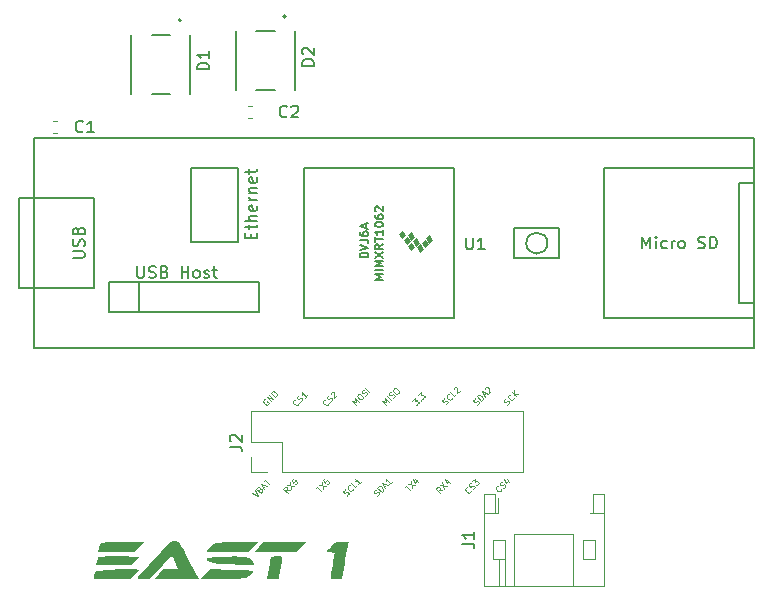
<source format=gbr>
%TF.GenerationSoftware,KiCad,Pcbnew,(6.0.7)*%
%TF.CreationDate,2023-04-01T23:24:39-04:00*%
%TF.ProjectId,board_4,626f6172-645f-4342-9e6b-696361645f70,rev?*%
%TF.SameCoordinates,Original*%
%TF.FileFunction,Legend,Top*%
%TF.FilePolarity,Positive*%
%FSLAX46Y46*%
G04 Gerber Fmt 4.6, Leading zero omitted, Abs format (unit mm)*
G04 Created by KiCad (PCBNEW (6.0.7)) date 2023-04-01 23:24:39*
%MOMM*%
%LPD*%
G01*
G04 APERTURE LIST*
%ADD10C,0.125000*%
%ADD11C,0.300000*%
%ADD12C,0.150000*%
%ADD13C,0.120000*%
%ADD14C,0.100000*%
%ADD15C,0.127000*%
%ADD16C,0.200000*%
G04 APERTURE END LIST*
D10*
X147170231Y-143996778D02*
X147237574Y-143963106D01*
X147321754Y-143878927D01*
X147338590Y-143828419D01*
X147338590Y-143794748D01*
X147321754Y-143744240D01*
X147288082Y-143710568D01*
X147237574Y-143693732D01*
X147203903Y-143693732D01*
X147153395Y-143710568D01*
X147069216Y-143761076D01*
X147018708Y-143777912D01*
X146985036Y-143777912D01*
X146934529Y-143761076D01*
X146900857Y-143727404D01*
X146884021Y-143676896D01*
X146884021Y-143643225D01*
X146900857Y-143592717D01*
X146985036Y-143508538D01*
X147052380Y-143474866D01*
X147540620Y-143660061D02*
X147187067Y-143306507D01*
X147271246Y-143222328D01*
X147338590Y-143188656D01*
X147405933Y-143188656D01*
X147456441Y-143205492D01*
X147540620Y-143255999D01*
X147591128Y-143306507D01*
X147641635Y-143390687D01*
X147658471Y-143441194D01*
X147658471Y-143508538D01*
X147624800Y-143575881D01*
X147540620Y-143660061D01*
X147776322Y-143222328D02*
X147944681Y-143053969D01*
X147843666Y-143357015D02*
X147607964Y-142885610D01*
X148079368Y-143121312D01*
X148382414Y-142818267D02*
X148180383Y-143020297D01*
X148281399Y-142919282D02*
X147927845Y-142565729D01*
X147944681Y-142649908D01*
X147944681Y-142717251D01*
X147927845Y-142767759D01*
X136588749Y-143744825D02*
X137060154Y-143980527D01*
X136824451Y-143509122D01*
X137228512Y-143441779D02*
X137295856Y-143408107D01*
X137329528Y-143408107D01*
X137380035Y-143424943D01*
X137430543Y-143475451D01*
X137447379Y-143525958D01*
X137447379Y-143559630D01*
X137430543Y-143610138D01*
X137295856Y-143744825D01*
X136942303Y-143391271D01*
X137060154Y-143273420D01*
X137110661Y-143256584D01*
X137144333Y-143256584D01*
X137194841Y-143273420D01*
X137228512Y-143307092D01*
X137245348Y-143357599D01*
X137245348Y-143391271D01*
X137228512Y-143441779D01*
X137110661Y-143559630D01*
X137531558Y-143307092D02*
X137699917Y-143138733D01*
X137598902Y-143441779D02*
X137363200Y-142970374D01*
X137834604Y-143206077D01*
X137548394Y-142785180D02*
X137750425Y-142583149D01*
X138002963Y-143037718D02*
X137649409Y-142684164D01*
X150159598Y-135965176D02*
X150378464Y-135746310D01*
X150395300Y-135998848D01*
X150445808Y-135948340D01*
X150496315Y-135931504D01*
X150529987Y-135931504D01*
X150580495Y-135948340D01*
X150664674Y-136032520D01*
X150681510Y-136083027D01*
X150681510Y-136116699D01*
X150664674Y-136167207D01*
X150563659Y-136268222D01*
X150513151Y-136285058D01*
X150479479Y-136285058D01*
X150849869Y-135914669D02*
X150883540Y-135914669D01*
X150883540Y-135948340D01*
X150849869Y-135948340D01*
X150849869Y-135914669D01*
X150883540Y-135948340D01*
X150664674Y-135460100D02*
X150883540Y-135241234D01*
X150900376Y-135493772D01*
X150950884Y-135443264D01*
X151001391Y-135426428D01*
X151035063Y-135426428D01*
X151085571Y-135443264D01*
X151169750Y-135527443D01*
X151186586Y-135577951D01*
X151186586Y-135611623D01*
X151169750Y-135662130D01*
X151068735Y-135763146D01*
X151018227Y-135779982D01*
X150984556Y-135779982D01*
X155092984Y-143558753D02*
X155092984Y-143592425D01*
X155059312Y-143659768D01*
X155025641Y-143693440D01*
X154958297Y-143727112D01*
X154890954Y-143727112D01*
X154840446Y-143710276D01*
X154756267Y-143659768D01*
X154705759Y-143609261D01*
X154655251Y-143525081D01*
X154638416Y-143474574D01*
X154638416Y-143407230D01*
X154672087Y-143339887D01*
X154705759Y-143306215D01*
X154773103Y-143272543D01*
X154806774Y-143272543D01*
X155244507Y-143440902D02*
X155311851Y-143407230D01*
X155396030Y-143323051D01*
X155412866Y-143272543D01*
X155412866Y-143238871D01*
X155396030Y-143188364D01*
X155362358Y-143154692D01*
X155311851Y-143137856D01*
X155278179Y-143137856D01*
X155227671Y-143154692D01*
X155143492Y-143205200D01*
X155092984Y-143222035D01*
X155059312Y-143222035D01*
X155008805Y-143205200D01*
X154975133Y-143171528D01*
X154958297Y-143121020D01*
X154958297Y-143087348D01*
X154975133Y-143036841D01*
X155059312Y-142952661D01*
X155126656Y-142918990D01*
X155227671Y-142784303D02*
X155446538Y-142565436D01*
X155463374Y-142817974D01*
X155513881Y-142767467D01*
X155564389Y-142750631D01*
X155598061Y-142750631D01*
X155648568Y-142767467D01*
X155732748Y-142851646D01*
X155749583Y-142902154D01*
X155749583Y-142935825D01*
X155732748Y-142986333D01*
X155631732Y-143087348D01*
X155581225Y-143104184D01*
X155547553Y-143104184D01*
X147940356Y-136300724D02*
X147586803Y-135947171D01*
X147957192Y-136081858D01*
X147822505Y-135711469D01*
X148176059Y-136065022D01*
X148344417Y-135896663D02*
X147990864Y-135543110D01*
X148479104Y-135728304D02*
X148546448Y-135694633D01*
X148630627Y-135610453D01*
X148647463Y-135559946D01*
X148647463Y-135526274D01*
X148630627Y-135475766D01*
X148596956Y-135442095D01*
X148546448Y-135425259D01*
X148512776Y-135425259D01*
X148462269Y-135442095D01*
X148378089Y-135492602D01*
X148327582Y-135509438D01*
X148293910Y-135509438D01*
X148243402Y-135492602D01*
X148209730Y-135458930D01*
X148192895Y-135408423D01*
X148192895Y-135374751D01*
X148209730Y-135324243D01*
X148293910Y-135240064D01*
X148361253Y-135206392D01*
X148563284Y-134970690D02*
X148630627Y-134903347D01*
X148681135Y-134886511D01*
X148748478Y-134886511D01*
X148832658Y-134937018D01*
X148950509Y-135054869D01*
X149001017Y-135139049D01*
X149001017Y-135206392D01*
X148984181Y-135256900D01*
X148916837Y-135324243D01*
X148866330Y-135341079D01*
X148798986Y-135341079D01*
X148714807Y-135290572D01*
X148596956Y-135172721D01*
X148546448Y-135088541D01*
X148546448Y-135021198D01*
X148563284Y-134970690D01*
X152969849Y-136266760D02*
X153037192Y-136233088D01*
X153121372Y-136148909D01*
X153138208Y-136098401D01*
X153138208Y-136064730D01*
X153121372Y-136014222D01*
X153087700Y-135980550D01*
X153037192Y-135963714D01*
X153003521Y-135963714D01*
X152953013Y-135980550D01*
X152868834Y-136031058D01*
X152818326Y-136047894D01*
X152784654Y-136047894D01*
X152734147Y-136031058D01*
X152700475Y-135997386D01*
X152683639Y-135946878D01*
X152683639Y-135913207D01*
X152700475Y-135862699D01*
X152784654Y-135778520D01*
X152851998Y-135744848D01*
X153508597Y-135694340D02*
X153508597Y-135728012D01*
X153474925Y-135795356D01*
X153441253Y-135829027D01*
X153373910Y-135862699D01*
X153306566Y-135862699D01*
X153256059Y-135845863D01*
X153171879Y-135795356D01*
X153121372Y-135744848D01*
X153070864Y-135660669D01*
X153054028Y-135610161D01*
X153054028Y-135542817D01*
X153087700Y-135475474D01*
X153121372Y-135441802D01*
X153188715Y-135408130D01*
X153222387Y-135408130D01*
X153862150Y-135408130D02*
X153693791Y-135576489D01*
X153340238Y-135222936D01*
X153643284Y-134987234D02*
X153643284Y-134953562D01*
X153660120Y-134903054D01*
X153744299Y-134818875D01*
X153794807Y-134802039D01*
X153828478Y-134802039D01*
X153878986Y-134818875D01*
X153912658Y-134852547D01*
X153946330Y-134919890D01*
X153946330Y-135323951D01*
X154165196Y-135105085D01*
X144587849Y-143988360D02*
X144655192Y-143954688D01*
X144739372Y-143870509D01*
X144756208Y-143820001D01*
X144756208Y-143786330D01*
X144739372Y-143735822D01*
X144705700Y-143702150D01*
X144655192Y-143685314D01*
X144621521Y-143685314D01*
X144571013Y-143702150D01*
X144486834Y-143752658D01*
X144436326Y-143769494D01*
X144402654Y-143769494D01*
X144352147Y-143752658D01*
X144318475Y-143718986D01*
X144301639Y-143668478D01*
X144301639Y-143634807D01*
X144318475Y-143584299D01*
X144402654Y-143500120D01*
X144469998Y-143466448D01*
X145126597Y-143415940D02*
X145126597Y-143449612D01*
X145092925Y-143516956D01*
X145059253Y-143550627D01*
X144991910Y-143584299D01*
X144924566Y-143584299D01*
X144874059Y-143567463D01*
X144789879Y-143516956D01*
X144739372Y-143466448D01*
X144688864Y-143382269D01*
X144672028Y-143331761D01*
X144672028Y-143264417D01*
X144705700Y-143197074D01*
X144739372Y-143163402D01*
X144806715Y-143129730D01*
X144840387Y-143129730D01*
X145480150Y-143129730D02*
X145311791Y-143298089D01*
X144958238Y-142944536D01*
X145783196Y-142826685D02*
X145581165Y-143028715D01*
X145682181Y-142927700D02*
X145328627Y-142574147D01*
X145345463Y-142658326D01*
X145345463Y-142725669D01*
X145328627Y-142776177D01*
X145400356Y-136300724D02*
X145046803Y-135947171D01*
X145417192Y-136081858D01*
X145282505Y-135711469D01*
X145636059Y-136065022D01*
X145518208Y-135475766D02*
X145585551Y-135408423D01*
X145636059Y-135391587D01*
X145703402Y-135391587D01*
X145787582Y-135442095D01*
X145905433Y-135559946D01*
X145955940Y-135644125D01*
X145955940Y-135711469D01*
X145939104Y-135761976D01*
X145871761Y-135829320D01*
X145821253Y-135846156D01*
X145753910Y-135846156D01*
X145669730Y-135795648D01*
X145551879Y-135677797D01*
X145501372Y-135593617D01*
X145501372Y-135526274D01*
X145518208Y-135475766D01*
X146141135Y-135526274D02*
X146208478Y-135492602D01*
X146292658Y-135408423D01*
X146309494Y-135357915D01*
X146309494Y-135324243D01*
X146292658Y-135273736D01*
X146258986Y-135240064D01*
X146208478Y-135223228D01*
X146174807Y-135223228D01*
X146124299Y-135240064D01*
X146040120Y-135290572D01*
X145989612Y-135307408D01*
X145955940Y-135307408D01*
X145905433Y-135290572D01*
X145871761Y-135256900D01*
X145854925Y-135206392D01*
X145854925Y-135172721D01*
X145871761Y-135122213D01*
X145955940Y-135038034D01*
X146023284Y-135004362D01*
X146511524Y-135189556D02*
X146157971Y-134836003D01*
X149482654Y-143296920D02*
X149684685Y-143094889D01*
X149937223Y-143549458D02*
X149583669Y-143195904D01*
X149768864Y-143010710D02*
X150358120Y-143128561D01*
X150004566Y-142775008D02*
X150122417Y-143364263D01*
X150408627Y-142606649D02*
X150644330Y-142842351D01*
X150189761Y-142556141D02*
X150358120Y-142892859D01*
X150576986Y-142673992D01*
X152688256Y-143541625D02*
X152402046Y-143491117D01*
X152486225Y-143743655D02*
X152132672Y-143390102D01*
X152267359Y-143255415D01*
X152317867Y-143238579D01*
X152351538Y-143238579D01*
X152402046Y-143255415D01*
X152452554Y-143305922D01*
X152469390Y-143356430D01*
X152469390Y-143390102D01*
X152452554Y-143440609D01*
X152317867Y-143575296D01*
X152452554Y-143070220D02*
X153041809Y-143188071D01*
X152688256Y-142834518D02*
X152806107Y-143423774D01*
X153092317Y-142666159D02*
X153328019Y-142901861D01*
X152873451Y-142615651D02*
X153041809Y-142952369D01*
X153260676Y-142733503D01*
X137679049Y-135830197D02*
X137628541Y-135847033D01*
X137578034Y-135897540D01*
X137544362Y-135964884D01*
X137544362Y-136032227D01*
X137561198Y-136082735D01*
X137611705Y-136166914D01*
X137662213Y-136217422D01*
X137746392Y-136267930D01*
X137796900Y-136284765D01*
X137864243Y-136284765D01*
X137931587Y-136251094D01*
X137965259Y-136217422D01*
X137998930Y-136150078D01*
X137998930Y-136116407D01*
X137881079Y-135998556D01*
X137813736Y-136065899D01*
X138184125Y-135998556D02*
X137830572Y-135645002D01*
X138386156Y-135796525D01*
X138032602Y-135442972D01*
X138554514Y-135628166D02*
X138200961Y-135274613D01*
X138285140Y-135190434D01*
X138352484Y-135156762D01*
X138419827Y-135156762D01*
X138470335Y-135173598D01*
X138554514Y-135224105D01*
X138605022Y-135274613D01*
X138655530Y-135358792D01*
X138672365Y-135409300D01*
X138672365Y-135476643D01*
X138638694Y-135543987D01*
X138554514Y-135628166D01*
X139785056Y-143541625D02*
X139498846Y-143491117D01*
X139583025Y-143743655D02*
X139229472Y-143390102D01*
X139364159Y-143255415D01*
X139414667Y-143238579D01*
X139448338Y-143238579D01*
X139498846Y-143255415D01*
X139549354Y-143305922D01*
X139566190Y-143356430D01*
X139566190Y-143390102D01*
X139549354Y-143440609D01*
X139414667Y-143575296D01*
X139549354Y-143070220D02*
X140138609Y-143188071D01*
X139785056Y-142834518D02*
X139902907Y-143423774D01*
X140088102Y-142531472D02*
X139919743Y-142699831D01*
X140071266Y-142885025D01*
X140071266Y-142851354D01*
X140088102Y-142800846D01*
X140172281Y-142716667D01*
X140222789Y-142699831D01*
X140256461Y-142699831D01*
X140306968Y-142716667D01*
X140391148Y-142800846D01*
X140407983Y-142851354D01*
X140407983Y-142885025D01*
X140391148Y-142935533D01*
X140306968Y-143019712D01*
X140256461Y-143036548D01*
X140222789Y-143036548D01*
X158184536Y-136284473D02*
X158251879Y-136250801D01*
X158336059Y-136166622D01*
X158352895Y-136116114D01*
X158352895Y-136082443D01*
X158336059Y-136031935D01*
X158302387Y-135998263D01*
X158251879Y-135981427D01*
X158218208Y-135981427D01*
X158167700Y-135998263D01*
X158083521Y-136048771D01*
X158033013Y-136065607D01*
X157999341Y-136065607D01*
X157948834Y-136048771D01*
X157915162Y-136015099D01*
X157898326Y-135964591D01*
X157898326Y-135930920D01*
X157915162Y-135880412D01*
X157999341Y-135796233D01*
X158066685Y-135762561D01*
X158723284Y-135712053D02*
X158723284Y-135745725D01*
X158689612Y-135813069D01*
X158655940Y-135846740D01*
X158588597Y-135880412D01*
X158521253Y-135880412D01*
X158470746Y-135863576D01*
X158386566Y-135813069D01*
X158336059Y-135762561D01*
X158285551Y-135678382D01*
X158268715Y-135627874D01*
X158268715Y-135560530D01*
X158302387Y-135493187D01*
X158336059Y-135459515D01*
X158403402Y-135425843D01*
X158437074Y-135425843D01*
X158908478Y-135594202D02*
X158554925Y-135240649D01*
X159110509Y-135392172D02*
X158756956Y-135341664D01*
X158756956Y-135038618D02*
X158756956Y-135442679D01*
X141964254Y-143347720D02*
X142166285Y-143145689D01*
X142418823Y-143600258D02*
X142065269Y-143246704D01*
X142250464Y-143061510D02*
X142839720Y-143179361D01*
X142486166Y-142825808D02*
X142604017Y-143415063D01*
X142789212Y-142522762D02*
X142620853Y-142691121D01*
X142772376Y-142876315D01*
X142772376Y-142842643D01*
X142789212Y-142792136D01*
X142873391Y-142707956D01*
X142923899Y-142691121D01*
X142957571Y-142691121D01*
X143008078Y-142707956D01*
X143092258Y-142792136D01*
X143109094Y-142842643D01*
X143109094Y-142876315D01*
X143092258Y-142926823D01*
X143008078Y-143011002D01*
X142957571Y-143027838D01*
X142923899Y-143027838D01*
X140513384Y-136141953D02*
X140513384Y-136175625D01*
X140479712Y-136242968D01*
X140446041Y-136276640D01*
X140378697Y-136310312D01*
X140311354Y-136310312D01*
X140260846Y-136293476D01*
X140176667Y-136242968D01*
X140126159Y-136192461D01*
X140075651Y-136108281D01*
X140058816Y-136057774D01*
X140058816Y-135990430D01*
X140092487Y-135923087D01*
X140126159Y-135889415D01*
X140193503Y-135855743D01*
X140227174Y-135855743D01*
X140664907Y-136024102D02*
X140732251Y-135990430D01*
X140816430Y-135906251D01*
X140833266Y-135855743D01*
X140833266Y-135822071D01*
X140816430Y-135771564D01*
X140782758Y-135737892D01*
X140732251Y-135721056D01*
X140698579Y-135721056D01*
X140648071Y-135737892D01*
X140563892Y-135788400D01*
X140513384Y-135805235D01*
X140479712Y-135805235D01*
X140429205Y-135788400D01*
X140395533Y-135754728D01*
X140378697Y-135704220D01*
X140378697Y-135670548D01*
X140395533Y-135620041D01*
X140479712Y-135535861D01*
X140547056Y-135502190D01*
X141220491Y-135502190D02*
X141018461Y-135704220D01*
X141119476Y-135603205D02*
X140765922Y-135249651D01*
X140782758Y-135333831D01*
X140782758Y-135401174D01*
X140765922Y-135451682D01*
X143053384Y-136141953D02*
X143053384Y-136175625D01*
X143019712Y-136242968D01*
X142986041Y-136276640D01*
X142918697Y-136310312D01*
X142851354Y-136310312D01*
X142800846Y-136293476D01*
X142716667Y-136242968D01*
X142666159Y-136192461D01*
X142615651Y-136108281D01*
X142598816Y-136057774D01*
X142598816Y-135990430D01*
X142632487Y-135923087D01*
X142666159Y-135889415D01*
X142733503Y-135855743D01*
X142767174Y-135855743D01*
X143204907Y-136024102D02*
X143272251Y-135990430D01*
X143356430Y-135906251D01*
X143373266Y-135855743D01*
X143373266Y-135822071D01*
X143356430Y-135771564D01*
X143322758Y-135737892D01*
X143272251Y-135721056D01*
X143238579Y-135721056D01*
X143188071Y-135737892D01*
X143103892Y-135788400D01*
X143053384Y-135805235D01*
X143019712Y-135805235D01*
X142969205Y-135788400D01*
X142935533Y-135754728D01*
X142918697Y-135704220D01*
X142918697Y-135670548D01*
X142935533Y-135620041D01*
X143019712Y-135535861D01*
X143087056Y-135502190D01*
X143238579Y-135384338D02*
X143238579Y-135350667D01*
X143255415Y-135300159D01*
X143339594Y-135215980D01*
X143390102Y-135199144D01*
X143423774Y-135199144D01*
X143474281Y-135215980D01*
X143507953Y-135249651D01*
X143541625Y-135316995D01*
X143541625Y-135721056D01*
X143760491Y-135502190D01*
X155603031Y-136275178D02*
X155670374Y-136241506D01*
X155754554Y-136157327D01*
X155771390Y-136106819D01*
X155771390Y-136073148D01*
X155754554Y-136022640D01*
X155720882Y-135988968D01*
X155670374Y-135972132D01*
X155636703Y-135972132D01*
X155586195Y-135988968D01*
X155502016Y-136039476D01*
X155451508Y-136056312D01*
X155417836Y-136056312D01*
X155367329Y-136039476D01*
X155333657Y-136005804D01*
X155316821Y-135955296D01*
X155316821Y-135921625D01*
X155333657Y-135871117D01*
X155417836Y-135786938D01*
X155485180Y-135753266D01*
X155973420Y-135938461D02*
X155619867Y-135584907D01*
X155704046Y-135500728D01*
X155771390Y-135467056D01*
X155838733Y-135467056D01*
X155889241Y-135483892D01*
X155973420Y-135534399D01*
X156023928Y-135584907D01*
X156074435Y-135669087D01*
X156091271Y-135719594D01*
X156091271Y-135786938D01*
X156057600Y-135854281D01*
X155973420Y-135938461D01*
X156209122Y-135500728D02*
X156377481Y-135332369D01*
X156276466Y-135635415D02*
X156040764Y-135164010D01*
X156512168Y-135399712D01*
X156293302Y-134978816D02*
X156293302Y-134945144D01*
X156310138Y-134894636D01*
X156394317Y-134810457D01*
X156444825Y-134793621D01*
X156478496Y-134793621D01*
X156529004Y-134810457D01*
X156562676Y-134844129D01*
X156596348Y-134911472D01*
X156596348Y-135315533D01*
X156815214Y-135096667D01*
X157683784Y-143457153D02*
X157683784Y-143490825D01*
X157650112Y-143558168D01*
X157616441Y-143591840D01*
X157549097Y-143625512D01*
X157481754Y-143625512D01*
X157431246Y-143608676D01*
X157347067Y-143558168D01*
X157296559Y-143507661D01*
X157246051Y-143423481D01*
X157229216Y-143372974D01*
X157229216Y-143305630D01*
X157262887Y-143238287D01*
X157296559Y-143204615D01*
X157363903Y-143170943D01*
X157397574Y-143170943D01*
X157835307Y-143339302D02*
X157902651Y-143305630D01*
X157986830Y-143221451D01*
X158003666Y-143170943D01*
X158003666Y-143137271D01*
X157986830Y-143086764D01*
X157953158Y-143053092D01*
X157902651Y-143036256D01*
X157868979Y-143036256D01*
X157818471Y-143053092D01*
X157734292Y-143103600D01*
X157683784Y-143120435D01*
X157650112Y-143120435D01*
X157599605Y-143103600D01*
X157565933Y-143069928D01*
X157549097Y-143019420D01*
X157549097Y-142985748D01*
X157565933Y-142935241D01*
X157650112Y-142851061D01*
X157717456Y-142817390D01*
X158121517Y-142615359D02*
X158357219Y-142851061D01*
X157902651Y-142564851D02*
X158071009Y-142901569D01*
X158289876Y-142682703D01*
D11*
%TO.C,*%
D12*
%TO.C,C2*%
X139533333Y-111863142D02*
X139485714Y-111910761D01*
X139342857Y-111958380D01*
X139247619Y-111958380D01*
X139104761Y-111910761D01*
X139009523Y-111815523D01*
X138961904Y-111720285D01*
X138914285Y-111529809D01*
X138914285Y-111386952D01*
X138961904Y-111196476D01*
X139009523Y-111101238D01*
X139104761Y-111006000D01*
X139247619Y-110958380D01*
X139342857Y-110958380D01*
X139485714Y-111006000D01*
X139533333Y-111053619D01*
X139914285Y-111053619D02*
X139961904Y-111006000D01*
X140057142Y-110958380D01*
X140295238Y-110958380D01*
X140390476Y-111006000D01*
X140438095Y-111053619D01*
X140485714Y-111148857D01*
X140485714Y-111244095D01*
X140438095Y-111386952D01*
X139866666Y-111958380D01*
X140485714Y-111958380D01*
%TO.C,U1*%
X154686095Y-122134380D02*
X154686095Y-122943904D01*
X154733714Y-123039142D01*
X154781333Y-123086761D01*
X154876571Y-123134380D01*
X155067047Y-123134380D01*
X155162285Y-123086761D01*
X155209904Y-123039142D01*
X155257523Y-122943904D01*
X155257523Y-122134380D01*
X156257523Y-123134380D02*
X155686095Y-123134380D01*
X155971809Y-123134380D02*
X155971809Y-122134380D01*
X155876571Y-122277238D01*
X155781333Y-122372476D01*
X155686095Y-122420095D01*
X146396666Y-123813333D02*
X145696666Y-123813333D01*
X145696666Y-123646666D01*
X145730000Y-123546666D01*
X145796666Y-123480000D01*
X145863333Y-123446666D01*
X145996666Y-123413333D01*
X146096666Y-123413333D01*
X146230000Y-123446666D01*
X146296666Y-123480000D01*
X146363333Y-123546666D01*
X146396666Y-123646666D01*
X146396666Y-123813333D01*
X145696666Y-123213333D02*
X146396666Y-122980000D01*
X145696666Y-122746666D01*
X145696666Y-122313333D02*
X146196666Y-122313333D01*
X146296666Y-122346666D01*
X146363333Y-122413333D01*
X146396666Y-122513333D01*
X146396666Y-122580000D01*
X145696666Y-121680000D02*
X145696666Y-121813333D01*
X145730000Y-121880000D01*
X145763333Y-121913333D01*
X145863333Y-121980000D01*
X145996666Y-122013333D01*
X146263333Y-122013333D01*
X146330000Y-121980000D01*
X146363333Y-121946666D01*
X146396666Y-121880000D01*
X146396666Y-121746666D01*
X146363333Y-121680000D01*
X146330000Y-121646666D01*
X146263333Y-121613333D01*
X146096666Y-121613333D01*
X146030000Y-121646666D01*
X145996666Y-121680000D01*
X145963333Y-121746666D01*
X145963333Y-121880000D01*
X145996666Y-121946666D01*
X146030000Y-121980000D01*
X146096666Y-122013333D01*
X146196666Y-121346666D02*
X146196666Y-121013333D01*
X146396666Y-121413333D02*
X145696666Y-121180000D01*
X146396666Y-120946666D01*
X147666666Y-125693333D02*
X146966666Y-125693333D01*
X147466666Y-125460000D01*
X146966666Y-125226666D01*
X147666666Y-125226666D01*
X147666666Y-124893333D02*
X146966666Y-124893333D01*
X147666666Y-124560000D02*
X146966666Y-124560000D01*
X147466666Y-124326666D01*
X146966666Y-124093333D01*
X147666666Y-124093333D01*
X146966666Y-123826666D02*
X147666666Y-123360000D01*
X146966666Y-123360000D02*
X147666666Y-123826666D01*
X147666666Y-122693333D02*
X147333333Y-122926666D01*
X147666666Y-123093333D02*
X146966666Y-123093333D01*
X146966666Y-122826666D01*
X147000000Y-122760000D01*
X147033333Y-122726666D01*
X147100000Y-122693333D01*
X147200000Y-122693333D01*
X147266666Y-122726666D01*
X147300000Y-122760000D01*
X147333333Y-122826666D01*
X147333333Y-123093333D01*
X146966666Y-122493333D02*
X146966666Y-122093333D01*
X147666666Y-122293333D02*
X146966666Y-122293333D01*
X147666666Y-121493333D02*
X147666666Y-121893333D01*
X147666666Y-121693333D02*
X146966666Y-121693333D01*
X147066666Y-121760000D01*
X147133333Y-121826666D01*
X147166666Y-121893333D01*
X146966666Y-121060000D02*
X146966666Y-120993333D01*
X147000000Y-120926666D01*
X147033333Y-120893333D01*
X147100000Y-120860000D01*
X147233333Y-120826666D01*
X147400000Y-120826666D01*
X147533333Y-120860000D01*
X147600000Y-120893333D01*
X147633333Y-120926666D01*
X147666666Y-120993333D01*
X147666666Y-121060000D01*
X147633333Y-121126666D01*
X147600000Y-121160000D01*
X147533333Y-121193333D01*
X147400000Y-121226666D01*
X147233333Y-121226666D01*
X147100000Y-121193333D01*
X147033333Y-121160000D01*
X147000000Y-121126666D01*
X146966666Y-121060000D01*
X146966666Y-120226666D02*
X146966666Y-120360000D01*
X147000000Y-120426666D01*
X147033333Y-120460000D01*
X147133333Y-120526666D01*
X147266666Y-120560000D01*
X147533333Y-120560000D01*
X147600000Y-120526666D01*
X147633333Y-120493333D01*
X147666666Y-120426666D01*
X147666666Y-120293333D01*
X147633333Y-120226666D01*
X147600000Y-120193333D01*
X147533333Y-120160000D01*
X147366666Y-120160000D01*
X147300000Y-120193333D01*
X147266666Y-120226666D01*
X147233333Y-120293333D01*
X147233333Y-120426666D01*
X147266666Y-120493333D01*
X147300000Y-120526666D01*
X147366666Y-120560000D01*
X147033333Y-119893333D02*
X147000000Y-119860000D01*
X146966666Y-119793333D01*
X146966666Y-119626666D01*
X147000000Y-119560000D01*
X147033333Y-119526666D01*
X147100000Y-119493333D01*
X147166666Y-119493333D01*
X147266666Y-119526666D01*
X147666666Y-119926666D01*
X147666666Y-119493333D01*
X169630952Y-123062380D02*
X169630952Y-122062380D01*
X169964285Y-122776666D01*
X170297619Y-122062380D01*
X170297619Y-123062380D01*
X170773809Y-123062380D02*
X170773809Y-122395714D01*
X170773809Y-122062380D02*
X170726190Y-122110000D01*
X170773809Y-122157619D01*
X170821428Y-122110000D01*
X170773809Y-122062380D01*
X170773809Y-122157619D01*
X171678571Y-123014761D02*
X171583333Y-123062380D01*
X171392857Y-123062380D01*
X171297619Y-123014761D01*
X171250000Y-122967142D01*
X171202380Y-122871904D01*
X171202380Y-122586190D01*
X171250000Y-122490952D01*
X171297619Y-122443333D01*
X171392857Y-122395714D01*
X171583333Y-122395714D01*
X171678571Y-122443333D01*
X172107142Y-123062380D02*
X172107142Y-122395714D01*
X172107142Y-122586190D02*
X172154761Y-122490952D01*
X172202380Y-122443333D01*
X172297619Y-122395714D01*
X172392857Y-122395714D01*
X172869047Y-123062380D02*
X172773809Y-123014761D01*
X172726190Y-122967142D01*
X172678571Y-122871904D01*
X172678571Y-122586190D01*
X172726190Y-122490952D01*
X172773809Y-122443333D01*
X172869047Y-122395714D01*
X173011904Y-122395714D01*
X173107142Y-122443333D01*
X173154761Y-122490952D01*
X173202380Y-122586190D01*
X173202380Y-122871904D01*
X173154761Y-122967142D01*
X173107142Y-123014761D01*
X173011904Y-123062380D01*
X172869047Y-123062380D01*
X174345238Y-123014761D02*
X174488095Y-123062380D01*
X174726190Y-123062380D01*
X174821428Y-123014761D01*
X174869047Y-122967142D01*
X174916666Y-122871904D01*
X174916666Y-122776666D01*
X174869047Y-122681428D01*
X174821428Y-122633809D01*
X174726190Y-122586190D01*
X174535714Y-122538571D01*
X174440476Y-122490952D01*
X174392857Y-122443333D01*
X174345238Y-122348095D01*
X174345238Y-122252857D01*
X174392857Y-122157619D01*
X174440476Y-122110000D01*
X174535714Y-122062380D01*
X174773809Y-122062380D01*
X174916666Y-122110000D01*
X175345238Y-123062380D02*
X175345238Y-122062380D01*
X175583333Y-122062380D01*
X175726190Y-122110000D01*
X175821428Y-122205238D01*
X175869047Y-122300476D01*
X175916666Y-122490952D01*
X175916666Y-122633809D01*
X175869047Y-122824285D01*
X175821428Y-122919523D01*
X175726190Y-123014761D01*
X175583333Y-123062380D01*
X175345238Y-123062380D01*
X121402380Y-123871904D02*
X122211904Y-123871904D01*
X122307142Y-123824285D01*
X122354761Y-123776666D01*
X122402380Y-123681428D01*
X122402380Y-123490952D01*
X122354761Y-123395714D01*
X122307142Y-123348095D01*
X122211904Y-123300476D01*
X121402380Y-123300476D01*
X122354761Y-122871904D02*
X122402380Y-122729047D01*
X122402380Y-122490952D01*
X122354761Y-122395714D01*
X122307142Y-122348095D01*
X122211904Y-122300476D01*
X122116666Y-122300476D01*
X122021428Y-122348095D01*
X121973809Y-122395714D01*
X121926190Y-122490952D01*
X121878571Y-122681428D01*
X121830952Y-122776666D01*
X121783333Y-122824285D01*
X121688095Y-122871904D01*
X121592857Y-122871904D01*
X121497619Y-122824285D01*
X121450000Y-122776666D01*
X121402380Y-122681428D01*
X121402380Y-122443333D01*
X121450000Y-122300476D01*
X121878571Y-121538571D02*
X121926190Y-121395714D01*
X121973809Y-121348095D01*
X122069047Y-121300476D01*
X122211904Y-121300476D01*
X122307142Y-121348095D01*
X122354761Y-121395714D01*
X122402380Y-121490952D01*
X122402380Y-121871904D01*
X121402380Y-121871904D01*
X121402380Y-121538571D01*
X121450000Y-121443333D01*
X121497619Y-121395714D01*
X121592857Y-121348095D01*
X121688095Y-121348095D01*
X121783333Y-121395714D01*
X121830952Y-121443333D01*
X121878571Y-121538571D01*
X121878571Y-121871904D01*
X126844676Y-124551580D02*
X126844676Y-125361104D01*
X126892295Y-125456342D01*
X126939914Y-125503961D01*
X127035152Y-125551580D01*
X127225628Y-125551580D01*
X127320866Y-125503961D01*
X127368485Y-125456342D01*
X127416104Y-125361104D01*
X127416104Y-124551580D01*
X127844676Y-125503961D02*
X127987533Y-125551580D01*
X128225628Y-125551580D01*
X128320866Y-125503961D01*
X128368485Y-125456342D01*
X128416104Y-125361104D01*
X128416104Y-125265866D01*
X128368485Y-125170628D01*
X128320866Y-125123009D01*
X128225628Y-125075390D01*
X128035152Y-125027771D01*
X127939914Y-124980152D01*
X127892295Y-124932533D01*
X127844676Y-124837295D01*
X127844676Y-124742057D01*
X127892295Y-124646819D01*
X127939914Y-124599200D01*
X128035152Y-124551580D01*
X128273247Y-124551580D01*
X128416104Y-124599200D01*
X129178009Y-125027771D02*
X129320866Y-125075390D01*
X129368485Y-125123009D01*
X129416104Y-125218247D01*
X129416104Y-125361104D01*
X129368485Y-125456342D01*
X129320866Y-125503961D01*
X129225628Y-125551580D01*
X128844676Y-125551580D01*
X128844676Y-124551580D01*
X129178009Y-124551580D01*
X129273247Y-124599200D01*
X129320866Y-124646819D01*
X129368485Y-124742057D01*
X129368485Y-124837295D01*
X129320866Y-124932533D01*
X129273247Y-124980152D01*
X129178009Y-125027771D01*
X128844676Y-125027771D01*
X130606580Y-125551580D02*
X130606580Y-124551580D01*
X130606580Y-125027771D02*
X131178009Y-125027771D01*
X131178009Y-125551580D02*
X131178009Y-124551580D01*
X131797057Y-125551580D02*
X131701819Y-125503961D01*
X131654200Y-125456342D01*
X131606580Y-125361104D01*
X131606580Y-125075390D01*
X131654200Y-124980152D01*
X131701819Y-124932533D01*
X131797057Y-124884914D01*
X131939914Y-124884914D01*
X132035152Y-124932533D01*
X132082771Y-124980152D01*
X132130390Y-125075390D01*
X132130390Y-125361104D01*
X132082771Y-125456342D01*
X132035152Y-125503961D01*
X131939914Y-125551580D01*
X131797057Y-125551580D01*
X132511342Y-125503961D02*
X132606580Y-125551580D01*
X132797057Y-125551580D01*
X132892295Y-125503961D01*
X132939914Y-125408723D01*
X132939914Y-125361104D01*
X132892295Y-125265866D01*
X132797057Y-125218247D01*
X132654200Y-125218247D01*
X132558961Y-125170628D01*
X132511342Y-125075390D01*
X132511342Y-125027771D01*
X132558961Y-124932533D01*
X132654200Y-124884914D01*
X132797057Y-124884914D01*
X132892295Y-124932533D01*
X133225628Y-124884914D02*
X133606580Y-124884914D01*
X133368485Y-124551580D02*
X133368485Y-125408723D01*
X133416104Y-125503961D01*
X133511342Y-125551580D01*
X133606580Y-125551580D01*
X136483571Y-122190542D02*
X136483571Y-121857209D01*
X137007380Y-121714352D02*
X137007380Y-122190542D01*
X136007380Y-122190542D01*
X136007380Y-121714352D01*
X136340714Y-121428638D02*
X136340714Y-121047685D01*
X136007380Y-121285780D02*
X136864523Y-121285780D01*
X136959761Y-121238161D01*
X137007380Y-121142923D01*
X137007380Y-121047685D01*
X137007380Y-120714352D02*
X136007380Y-120714352D01*
X137007380Y-120285780D02*
X136483571Y-120285780D01*
X136388333Y-120333400D01*
X136340714Y-120428638D01*
X136340714Y-120571495D01*
X136388333Y-120666733D01*
X136435952Y-120714352D01*
X136959761Y-119428638D02*
X137007380Y-119523876D01*
X137007380Y-119714352D01*
X136959761Y-119809590D01*
X136864523Y-119857209D01*
X136483571Y-119857209D01*
X136388333Y-119809590D01*
X136340714Y-119714352D01*
X136340714Y-119523876D01*
X136388333Y-119428638D01*
X136483571Y-119381019D01*
X136578809Y-119381019D01*
X136674047Y-119857209D01*
X137007380Y-118952447D02*
X136340714Y-118952447D01*
X136531190Y-118952447D02*
X136435952Y-118904828D01*
X136388333Y-118857209D01*
X136340714Y-118761971D01*
X136340714Y-118666733D01*
X136340714Y-118333400D02*
X137007380Y-118333400D01*
X136435952Y-118333400D02*
X136388333Y-118285780D01*
X136340714Y-118190542D01*
X136340714Y-118047685D01*
X136388333Y-117952447D01*
X136483571Y-117904828D01*
X137007380Y-117904828D01*
X136959761Y-117047685D02*
X137007380Y-117142923D01*
X137007380Y-117333400D01*
X136959761Y-117428638D01*
X136864523Y-117476257D01*
X136483571Y-117476257D01*
X136388333Y-117428638D01*
X136340714Y-117333400D01*
X136340714Y-117142923D01*
X136388333Y-117047685D01*
X136483571Y-117000066D01*
X136578809Y-117000066D01*
X136674047Y-117476257D01*
X136340714Y-116714352D02*
X136340714Y-116333400D01*
X136007380Y-116571495D02*
X136864523Y-116571495D01*
X136959761Y-116523876D01*
X137007380Y-116428638D01*
X137007380Y-116333400D01*
%TO.C,D2*%
X141807380Y-107575645D02*
X140807380Y-107575645D01*
X140807380Y-107337550D01*
X140855000Y-107194692D01*
X140950238Y-107099454D01*
X141045476Y-107051835D01*
X141235952Y-107004216D01*
X141378809Y-107004216D01*
X141569285Y-107051835D01*
X141664523Y-107099454D01*
X141759761Y-107194692D01*
X141807380Y-107337550D01*
X141807380Y-107575645D01*
X140902619Y-106623264D02*
X140855000Y-106575645D01*
X140807380Y-106480407D01*
X140807380Y-106242311D01*
X140855000Y-106147073D01*
X140902619Y-106099454D01*
X140997857Y-106051835D01*
X141093095Y-106051835D01*
X141235952Y-106099454D01*
X141807380Y-106670883D01*
X141807380Y-106051835D01*
%TO.C,C1*%
X122261333Y-113133142D02*
X122213714Y-113180761D01*
X122070857Y-113228380D01*
X121975619Y-113228380D01*
X121832761Y-113180761D01*
X121737523Y-113085523D01*
X121689904Y-112990285D01*
X121642285Y-112799809D01*
X121642285Y-112656952D01*
X121689904Y-112466476D01*
X121737523Y-112371238D01*
X121832761Y-112276000D01*
X121975619Y-112228380D01*
X122070857Y-112228380D01*
X122213714Y-112276000D01*
X122261333Y-112323619D01*
X123213714Y-113228380D02*
X122642285Y-113228380D01*
X122928000Y-113228380D02*
X122928000Y-112228380D01*
X122832761Y-112371238D01*
X122737523Y-112466476D01*
X122642285Y-112514095D01*
%TO.C,J2*%
X134681980Y-139830133D02*
X135396266Y-139830133D01*
X135539123Y-139877752D01*
X135634361Y-139972990D01*
X135681980Y-140115847D01*
X135681980Y-140211085D01*
X134777219Y-139401561D02*
X134729600Y-139353942D01*
X134681980Y-139258704D01*
X134681980Y-139020609D01*
X134729600Y-138925371D01*
X134777219Y-138877752D01*
X134872457Y-138830133D01*
X134967695Y-138830133D01*
X135110552Y-138877752D01*
X135681980Y-139449180D01*
X135681980Y-138830133D01*
%TO.C,D1*%
X132937380Y-107893095D02*
X131937380Y-107893095D01*
X131937380Y-107655000D01*
X131985000Y-107512142D01*
X132080238Y-107416904D01*
X132175476Y-107369285D01*
X132365952Y-107321666D01*
X132508809Y-107321666D01*
X132699285Y-107369285D01*
X132794523Y-107416904D01*
X132889761Y-107512142D01*
X132937380Y-107655000D01*
X132937380Y-107893095D01*
X132937380Y-106369285D02*
X132937380Y-106940714D01*
X132937380Y-106655000D02*
X131937380Y-106655000D01*
X132080238Y-106750238D01*
X132175476Y-106845476D01*
X132223095Y-106940714D01*
%TO.C,J1*%
X154392380Y-148059733D02*
X155106666Y-148059733D01*
X155249523Y-148107352D01*
X155344761Y-148202590D01*
X155392380Y-148345447D01*
X155392380Y-148440685D01*
X155392380Y-147059733D02*
X155392380Y-147631161D01*
X155392380Y-147345447D02*
X154392380Y-147345447D01*
X154535238Y-147440685D01*
X154630476Y-147535923D01*
X154678095Y-147631161D01*
%TO.C,*%
G36*
X134871219Y-150259889D02*
G01*
X135471283Y-150281069D01*
X135921983Y-150299799D01*
X136243220Y-150318548D01*
X136454893Y-150339784D01*
X136576900Y-150365975D01*
X136629140Y-150399587D01*
X136631514Y-150443090D01*
X136616548Y-150476336D01*
X136494846Y-150625551D01*
X136300385Y-150796095D01*
X136258715Y-150826866D01*
X136162867Y-150890497D01*
X136061282Y-150939078D01*
X135930225Y-150975025D01*
X135745959Y-151000753D01*
X135484749Y-151018678D01*
X135122861Y-151031215D01*
X134636557Y-151040781D01*
X134078377Y-151048773D01*
X132173377Y-151074293D01*
X132608386Y-150635938D01*
X133043396Y-150197584D01*
X134871219Y-150259889D01*
G37*
G36*
X144722998Y-148165754D02*
G01*
X144692889Y-148327585D01*
X144639049Y-148621301D01*
X144567817Y-149012146D01*
X144485534Y-149465365D01*
X144437248Y-149732047D01*
X144196043Y-151065508D01*
X143709210Y-151065547D01*
X143429364Y-151057439D01*
X143280898Y-151025441D01*
X143226321Y-150958133D01*
X143222377Y-150917253D01*
X143237670Y-150775567D01*
X143278979Y-150509751D01*
X143339449Y-150161789D01*
X143391710Y-149880254D01*
X143461495Y-149504541D01*
X143517305Y-149186039D01*
X143552389Y-148964385D01*
X143561043Y-148885588D01*
X143481977Y-148810591D01*
X143258591Y-148779971D01*
X143222377Y-148779587D01*
X143010236Y-148766205D01*
X142892306Y-148732777D01*
X142883710Y-148719292D01*
X142938587Y-148631325D01*
X143081005Y-148464345D01*
X143240005Y-148295959D01*
X143434938Y-148104897D01*
X143588814Y-147996350D01*
X143762145Y-147946993D01*
X144015443Y-147933504D01*
X144181921Y-147932921D01*
X144767543Y-147932921D01*
X144722998Y-148165754D01*
G37*
G36*
X136243742Y-148779587D02*
G01*
X134486383Y-148779587D01*
X133898514Y-148778726D01*
X133459421Y-148774952D01*
X133148548Y-148766478D01*
X132945343Y-148751518D01*
X132829252Y-148728284D01*
X132779719Y-148694991D01*
X132776191Y-148649852D01*
X132781844Y-148631421D01*
X132905428Y-148398614D01*
X133112045Y-148219941D01*
X133358710Y-148090695D01*
X133498643Y-148036594D01*
X133664461Y-147996489D01*
X133882609Y-147968349D01*
X134179534Y-147950140D01*
X134581680Y-147939830D01*
X135115495Y-147935388D01*
X135387527Y-147934780D01*
X137077678Y-147932921D01*
X136243742Y-148779587D01*
G37*
G36*
X125582025Y-147932921D02*
G01*
X127403595Y-147932921D01*
X126670043Y-148771963D01*
X123566255Y-148779587D01*
X123621637Y-148504421D01*
X123656231Y-148317210D01*
X123689160Y-148175801D01*
X123742293Y-148073816D01*
X123837496Y-148004882D01*
X123996637Y-147962624D01*
X124241584Y-147940666D01*
X124594205Y-147932634D01*
X125076366Y-147932152D01*
X125582025Y-147932921D01*
G37*
G36*
X126800712Y-150238304D02*
G01*
X126952642Y-150269034D01*
X126966377Y-150285959D01*
X126910371Y-150376586D01*
X126765044Y-150543528D01*
X126603338Y-150709292D01*
X126240300Y-151065587D01*
X124692633Y-151065587D01*
X124145352Y-151064523D01*
X123745441Y-151059891D01*
X123470943Y-151049534D01*
X123299901Y-151031293D01*
X123210359Y-151003011D01*
X123180359Y-150962529D01*
X123185135Y-150917421D01*
X123234842Y-150718688D01*
X123273795Y-150549668D01*
X123322286Y-150330083D01*
X124530498Y-150274812D01*
X125345484Y-150241762D01*
X125996162Y-150224664D01*
X126481562Y-150223513D01*
X126800712Y-150238304D01*
G37*
G36*
X138915869Y-149118874D02*
G01*
X139056155Y-149139826D01*
X139128567Y-149209750D01*
X139143110Y-149357285D01*
X139109786Y-149611072D01*
X139038599Y-149999749D01*
X139027137Y-150061401D01*
X138949132Y-150483519D01*
X138887833Y-150767421D01*
X138824032Y-150940372D01*
X138738518Y-151029638D01*
X138612084Y-151062484D01*
X138425519Y-151066175D01*
X138319657Y-151065587D01*
X137831015Y-151065587D01*
X137985584Y-150170300D01*
X138053314Y-149795921D01*
X138115746Y-149482770D01*
X138164899Y-149269122D01*
X138188595Y-149196633D01*
X138293766Y-149153068D01*
X138512562Y-149124609D01*
X138697707Y-149118254D01*
X138915869Y-149118874D01*
G37*
G36*
X125232164Y-149136479D02*
G01*
X125319291Y-149137580D01*
X127004392Y-149160587D01*
X126679199Y-149520421D01*
X126354006Y-149880254D01*
X123391531Y-149880254D01*
X123449876Y-149562754D01*
X123503337Y-149339529D01*
X123560843Y-149193709D01*
X123571205Y-149179914D01*
X123671534Y-149161039D01*
X123914475Y-149146612D01*
X124273346Y-149137279D01*
X124721469Y-149133686D01*
X125232164Y-149136479D01*
G37*
G36*
X140386043Y-148771963D02*
G01*
X138586877Y-148775775D01*
X138055542Y-148775072D01*
X137586425Y-148770950D01*
X137204113Y-148763918D01*
X136933197Y-148754479D01*
X136798263Y-148743141D01*
X136787710Y-148738741D01*
X136841692Y-148661129D01*
X136982346Y-148499561D01*
X137154197Y-148315407D01*
X137520683Y-147932921D01*
X141119595Y-147932921D01*
X140386043Y-148771963D01*
G37*
G36*
X130130159Y-147863896D02*
G01*
X130353516Y-147943397D01*
X130367801Y-147954087D01*
X130445798Y-148059581D01*
X130585805Y-148291480D01*
X130773820Y-148624874D01*
X130995844Y-149034853D01*
X131237874Y-149496507D01*
X131271998Y-149562754D01*
X132044405Y-151065587D01*
X128297111Y-151065587D01*
X128668910Y-150652969D01*
X129040710Y-150240351D01*
X130344938Y-150176587D01*
X130073824Y-149607823D01*
X129938106Y-149333910D01*
X129828123Y-149131734D01*
X129764762Y-149039317D01*
X129760377Y-149037257D01*
X129693275Y-149097158D01*
X129535318Y-149263792D01*
X129306203Y-149515630D01*
X129025627Y-149831141D01*
X128833393Y-150050521D01*
X127948742Y-151065587D01*
X127368092Y-151065587D01*
X127065085Y-151062860D01*
X126901933Y-151047719D01*
X126849169Y-151009723D01*
X126877327Y-150938432D01*
X126902887Y-150900765D01*
X127021451Y-150749754D01*
X127226055Y-150508046D01*
X127496490Y-150197919D01*
X127812548Y-149841650D01*
X128154019Y-149461518D01*
X128500696Y-149079798D01*
X128832368Y-148718771D01*
X129128828Y-148400711D01*
X129369866Y-148147899D01*
X129535275Y-147982610D01*
X129598965Y-147928681D01*
X129849178Y-147858017D01*
X130130159Y-147863896D01*
G37*
G36*
X135544444Y-149141572D02*
G01*
X135847282Y-149151499D01*
X135968095Y-149162721D01*
X136314686Y-149262175D01*
X136567576Y-149429572D01*
X136694382Y-149640615D01*
X136703043Y-149714219D01*
X136706084Y-149765703D01*
X136702660Y-149805506D01*
X136673956Y-149834356D01*
X136601153Y-149852977D01*
X136465434Y-149862096D01*
X136247982Y-149862440D01*
X135929979Y-149854735D01*
X135492609Y-149839706D01*
X134917054Y-149818080D01*
X134459377Y-149800809D01*
X133805385Y-149765018D01*
X133317501Y-149712608D01*
X132993275Y-149643138D01*
X132830255Y-149556165D01*
X132808377Y-149503200D01*
X132782300Y-149406191D01*
X132761561Y-149348770D01*
X132768462Y-149302433D01*
X132843108Y-149265872D01*
X133006392Y-149236337D01*
X133279203Y-149211079D01*
X133682433Y-149187348D01*
X134150008Y-149166041D01*
X134657670Y-149148913D01*
X135135194Y-149140733D01*
X135544444Y-149141572D01*
G37*
D13*
%TO.C,C2*%
X136530580Y-111990000D02*
X136249420Y-111990000D01*
X136530580Y-110970000D02*
X136249420Y-110970000D01*
D12*
%TO.C,U1*%
X153700000Y-116260000D02*
X141000000Y-116260000D01*
X118140000Y-131500000D02*
X118140000Y-113720000D01*
X124439200Y-125909200D02*
X126979200Y-125909200D01*
X158780000Y-123880000D02*
X158780000Y-121340000D01*
X141000000Y-116260000D02*
X141000000Y-128960000D01*
X141000000Y-128960000D02*
X153700000Y-128960000D01*
X177830000Y-127690000D02*
X179100000Y-127690000D01*
X116870000Y-126420000D02*
X116870000Y-118800000D01*
X135370000Y-116258400D02*
X131370000Y-116258400D01*
X123220000Y-126420000D02*
X123220000Y-118800000D01*
X124439200Y-128449200D02*
X124439200Y-125909200D01*
X135370000Y-122508400D02*
X135370000Y-116258400D01*
X126979200Y-125909200D02*
X126979200Y-128449200D01*
X137139200Y-125909200D02*
X137139200Y-128449200D01*
X116870000Y-118800000D02*
X118140000Y-118800000D01*
X166400000Y-128960000D02*
X179100000Y-128960000D01*
X124439200Y-125909200D02*
X137139200Y-125909200D01*
X118140000Y-113720000D02*
X179100000Y-113720000D01*
X123220000Y-118800000D02*
X118140000Y-118800000D01*
X179100000Y-131500000D02*
X118140000Y-131500000D01*
X177830000Y-117530000D02*
X177830000Y-127690000D01*
X179100000Y-117530000D02*
X177830000Y-117530000D01*
X153700000Y-128960000D02*
X153700000Y-116260000D01*
X131370000Y-116258400D02*
X131370000Y-116508400D01*
X158780000Y-121340000D02*
X162590000Y-121340000D01*
X131370000Y-116508400D02*
X131370000Y-122508400D01*
X162590000Y-123880000D02*
X158780000Y-123880000D01*
X123220000Y-126420000D02*
X118140000Y-126420000D01*
X179100000Y-116260000D02*
X166400000Y-116260000D01*
X179100000Y-113720000D02*
X179100000Y-131500000D01*
X166400000Y-116260000D02*
X166400000Y-128960000D01*
X131370000Y-122508400D02*
X135370000Y-122508400D01*
X137139200Y-128449200D02*
X124439200Y-128449200D01*
X118140000Y-126420000D02*
X116870000Y-126420000D01*
X162590000Y-121340000D02*
X162590000Y-123880000D01*
X161583026Y-122610000D02*
G75*
G03*
X161583026Y-122610000I-898026J0D01*
G01*
G36*
X151055000Y-123065000D02*
G01*
X150801000Y-123319000D01*
X150547000Y-122938000D01*
X150801000Y-122684000D01*
X151055000Y-123065000D01*
G37*
D14*
X151055000Y-123065000D02*
X150801000Y-123319000D01*
X150547000Y-122938000D01*
X150801000Y-122684000D01*
X151055000Y-123065000D01*
G36*
X151817000Y-122303000D02*
G01*
X151563000Y-122557000D01*
X151309000Y-122176000D01*
X151563000Y-121922000D01*
X151817000Y-122303000D01*
G37*
X151817000Y-122303000D02*
X151563000Y-122557000D01*
X151309000Y-122176000D01*
X151563000Y-121922000D01*
X151817000Y-122303000D01*
G36*
X149912000Y-122430000D02*
G01*
X149658000Y-122684000D01*
X149404000Y-122303000D01*
X149658000Y-122049000D01*
X149912000Y-122430000D01*
G37*
X149912000Y-122430000D02*
X149658000Y-122684000D01*
X149404000Y-122303000D01*
X149658000Y-122049000D01*
X149912000Y-122430000D01*
G36*
X150674000Y-122557000D02*
G01*
X150420000Y-122811000D01*
X150166000Y-122430000D01*
X150420000Y-122176000D01*
X150674000Y-122557000D01*
G37*
X150674000Y-122557000D02*
X150420000Y-122811000D01*
X150166000Y-122430000D01*
X150420000Y-122176000D01*
X150674000Y-122557000D01*
G36*
X150293000Y-122938000D02*
G01*
X150039000Y-123192000D01*
X149785000Y-122811000D01*
X150039000Y-122557000D01*
X150293000Y-122938000D01*
G37*
X150293000Y-122938000D02*
X150039000Y-123192000D01*
X149785000Y-122811000D01*
X150039000Y-122557000D01*
X150293000Y-122938000D01*
G36*
X150293000Y-122049000D02*
G01*
X150039000Y-122303000D01*
X149785000Y-121922000D01*
X150039000Y-121668000D01*
X150293000Y-122049000D01*
G37*
X150293000Y-122049000D02*
X150039000Y-122303000D01*
X149785000Y-121922000D01*
X150039000Y-121668000D01*
X150293000Y-122049000D01*
G36*
X151436000Y-122684000D02*
G01*
X151182000Y-122938000D01*
X150928000Y-122557000D01*
X151182000Y-122303000D01*
X151436000Y-122684000D01*
G37*
X151436000Y-122684000D02*
X151182000Y-122938000D01*
X150928000Y-122557000D01*
X151182000Y-122303000D01*
X151436000Y-122684000D01*
G36*
X149531000Y-121922000D02*
G01*
X149277000Y-122176000D01*
X149023000Y-121795000D01*
X149277000Y-121541000D01*
X149531000Y-121922000D01*
G37*
X149531000Y-121922000D02*
X149277000Y-122176000D01*
X149023000Y-121795000D01*
X149277000Y-121541000D01*
X149531000Y-121922000D01*
D15*
%TO.C,D2*%
X135220000Y-104662550D02*
X135220000Y-109662550D01*
X136933500Y-104662550D02*
X138506500Y-104662550D01*
X136933500Y-109662550D02*
X138506500Y-109662550D01*
X140220000Y-109662550D02*
X140220000Y-104662550D01*
D16*
X139420000Y-103412550D02*
G75*
G03*
X139420000Y-103412550I-100000J0D01*
G01*
D13*
%TO.C,C1*%
X119747420Y-112266000D02*
X120028580Y-112266000D01*
X119747420Y-113286000D02*
X120028580Y-113286000D01*
%TO.C,J2*%
X136510000Y-136810000D02*
X159490000Y-136810000D01*
X159490000Y-142010000D02*
X159490000Y-136810000D01*
X139110000Y-142010000D02*
X159490000Y-142010000D01*
X136510000Y-142010000D02*
X136510000Y-140680000D01*
X139110000Y-142010000D02*
X139110000Y-139410000D01*
X139110000Y-139410000D02*
X136510000Y-139410000D01*
X136510000Y-139410000D02*
X136510000Y-136810000D01*
X137840000Y-142010000D02*
X136510000Y-142010000D01*
D15*
%TO.C,D1*%
X128063500Y-104980000D02*
X129636500Y-104980000D01*
X131350000Y-109980000D02*
X131350000Y-104980000D01*
X126350000Y-104980000D02*
X126350000Y-109980000D01*
X128063500Y-109980000D02*
X129636500Y-109980000D01*
D16*
X130550000Y-103730000D02*
G75*
G03*
X130550000Y-103730000I-100000J0D01*
G01*
D13*
%TO.C,J1*%
X165590000Y-149376400D02*
X164590000Y-149376400D01*
X158790000Y-147276400D02*
X163790000Y-147276400D01*
X163790000Y-147276400D02*
X163790000Y-151636400D01*
X156230000Y-143816400D02*
X156230000Y-151636400D01*
X157990000Y-147776400D02*
X156990000Y-147776400D01*
X157990000Y-149376400D02*
X157990000Y-151636400D01*
X166350000Y-151636400D02*
X166350000Y-143816400D01*
X157150000Y-143816400D02*
X156230000Y-143816400D01*
X165430000Y-145416400D02*
X165150000Y-145416400D01*
X166350000Y-143816400D02*
X165430000Y-143816400D01*
X166350000Y-145416400D02*
X165430000Y-145416400D01*
X157430000Y-145416400D02*
X157150000Y-145416400D01*
X164590000Y-147776400D02*
X165590000Y-147776400D01*
X156230000Y-145416400D02*
X157150000Y-145416400D01*
X157430000Y-145416400D02*
X157430000Y-144201400D01*
X165430000Y-143816400D02*
X165430000Y-145416400D01*
X156230000Y-151636400D02*
X166350000Y-151636400D01*
X157150000Y-145416400D02*
X157150000Y-143816400D01*
X157490000Y-149376400D02*
X157490000Y-151636400D01*
X157990000Y-149376400D02*
X157990000Y-147776400D01*
X156990000Y-147776400D02*
X156990000Y-149376400D01*
X158790000Y-151636400D02*
X158790000Y-147276400D01*
X164590000Y-149376400D02*
X164590000Y-147776400D01*
X165590000Y-147776400D02*
X165590000Y-149376400D01*
X156990000Y-149376400D02*
X157990000Y-149376400D01*
%TD*%
M02*

</source>
